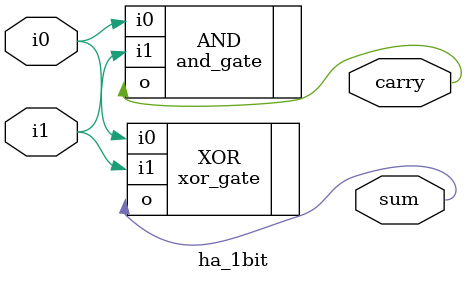
<source format=v>
`timescale 1ns / 1ps


module ha_1bit(i0, i1, sum, carry);
    input   wire    i0, i1;
    output  wire    sum, carry;
    
    xor_gate XOR (.i0(i0), .i1(i1), .o(sum));
    and_gate AND (.i0(i0), .i1(i1), .o(carry));
endmodule

</source>
